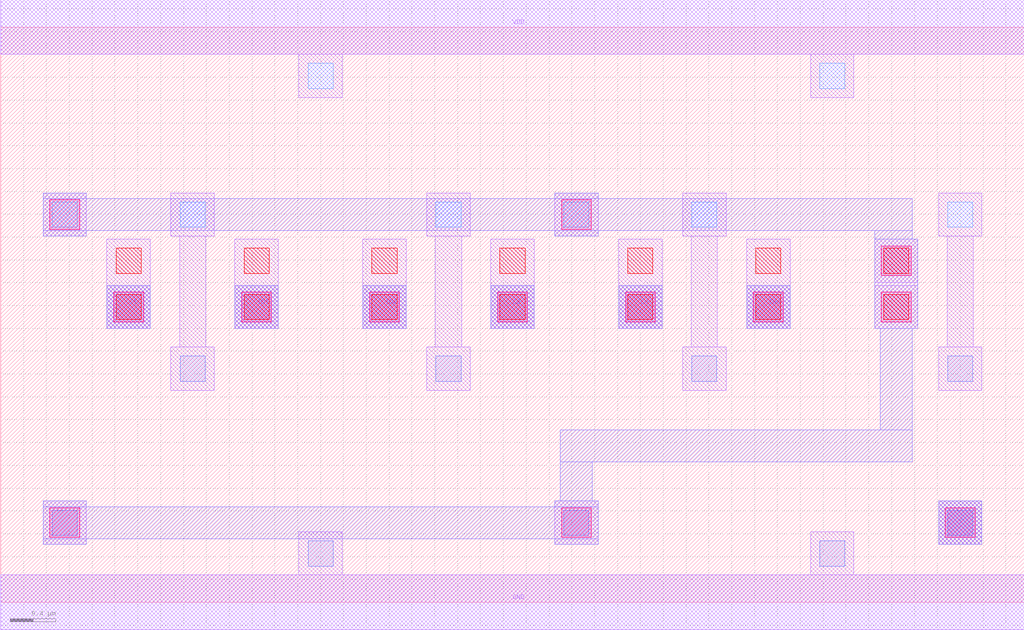
<source format=lef>
MACRO MUX3
 CLASS CORE ;
 FOREIGN MUX3 0 0 ;
 SIZE 8.96 BY 5.04 ;
 ORIGIN 0 0 ;
 SYMMETRY X Y R90 ;
 SITE unit ;
  PIN VDD
   DIRECTION INOUT ;
   USE POWER ;
   SHAPE ABUTMENT ;
    PORT
     CLASS CORE ;
       LAYER met1 ;
        RECT 0.00000000 4.80000000 8.96000000 5.28000000 ;
    END
  END VDD

  PIN GND
   DIRECTION INOUT ;
   USE POWER ;
   SHAPE ABUTMENT ;
    PORT
     CLASS CORE ;
       LAYER met1 ;
        RECT 0.00000000 -0.24000000 8.96000000 0.24000000 ;
    END
  END GND

  PIN Z
   DIRECTION INOUT ;
   USE SIGNAL ;
   SHAPE ABUTMENT ;
    PORT
     CLASS CORE ;
       LAYER met2 ;
        RECT 8.21000000 0.50700000 8.59000000 0.88700000 ;
    END
  END Z

  PIN IN0
   DIRECTION INOUT ;
   USE SIGNAL ;
   SHAPE ABUTMENT ;
    PORT
     CLASS CORE ;
       LAYER met2 ;
        RECT 6.53000000 2.39700000 6.91000000 2.77700000 ;
    END
  END IN0

  PIN S1
   DIRECTION INOUT ;
   USE SIGNAL ;
   SHAPE ABUTMENT ;
    PORT
     CLASS CORE ;
       LAYER met2 ;
        RECT 0.93000000 2.39700000 1.31000000 2.77700000 ;
    END
  END S1

  PIN IN2
   DIRECTION INOUT ;
   USE SIGNAL ;
   SHAPE ABUTMENT ;
    PORT
     CLASS CORE ;
       LAYER met2 ;
        RECT 3.17000000 2.39700000 3.55000000 2.77700000 ;
    END
  END IN2

  PIN S2
   DIRECTION INOUT ;
   USE SIGNAL ;
   SHAPE ABUTMENT ;
    PORT
     CLASS CORE ;
       LAYER met2 ;
        RECT 4.29000000 2.39700000 4.67000000 2.77700000 ;
    END
  END S2

  PIN S0
   DIRECTION INOUT ;
   USE SIGNAL ;
   SHAPE ABUTMENT ;
    PORT
     CLASS CORE ;
       LAYER met2 ;
        RECT 5.41000000 2.39700000 5.79000000 2.77700000 ;
    END
  END S0

  PIN IN1
   DIRECTION INOUT ;
   USE SIGNAL ;
   SHAPE ABUTMENT ;
    PORT
     CLASS CORE ;
       LAYER met2 ;
        RECT 2.05000000 2.39700000 2.43000000 2.77700000 ;
    END
  END IN1

 OBS
    LAYER polycont ;
     RECT 1.01000000 2.47700000 1.23000000 2.69700000 ;
     RECT 2.13000000 2.47700000 2.35000000 2.69700000 ;
     RECT 3.25000000 2.47700000 3.47000000 2.69700000 ;
     RECT 4.37000000 2.47700000 4.59000000 2.69700000 ;
     RECT 5.49000000 2.47700000 5.71000000 2.69700000 ;
     RECT 6.61000000 2.47700000 6.83000000 2.69700000 ;
     RECT 7.73000000 2.47700000 7.95000000 2.69700000 ;
     RECT 1.01000000 2.88200000 1.23000000 3.10200000 ;
     RECT 2.13000000 2.88200000 2.35000000 3.10200000 ;
     RECT 3.25000000 2.88200000 3.47000000 3.10200000 ;
     RECT 4.37000000 2.88200000 4.59000000 3.10200000 ;
     RECT 5.49000000 2.88200000 5.71000000 3.10200000 ;
     RECT 6.61000000 2.88200000 6.83000000 3.10200000 ;
     RECT 7.73000000 2.88200000 7.95000000 3.10200000 ;

    LAYER pdiffc ;
     RECT 0.45000000 3.28700000 0.67000000 3.50700000 ;
     RECT 1.57000000 3.28700000 1.79000000 3.50700000 ;
     RECT 3.81000000 3.28700000 4.03000000 3.50700000 ;
     RECT 4.93000000 3.28700000 5.15000000 3.50700000 ;
     RECT 6.05000000 3.28700000 6.27000000 3.50700000 ;
     RECT 8.29000000 3.28700000 8.51000000 3.50700000 ;
     RECT 2.69000000 4.50200000 2.91000000 4.72200000 ;
     RECT 7.17000000 4.50200000 7.39000000 4.72200000 ;

    LAYER ndiffc ;
     RECT 2.69000000 0.31700000 2.91000000 0.53700000 ;
     RECT 7.17000000 0.31700000 7.39000000 0.53700000 ;
     RECT 0.45000000 0.58700000 0.67000000 0.80700000 ;
     RECT 4.93000000 0.58700000 5.15000000 0.80700000 ;
     RECT 8.29000000 0.58700000 8.51000000 0.80700000 ;
     RECT 1.57000000 1.93700000 1.79000000 2.15700000 ;
     RECT 3.81000000 1.93700000 4.03000000 2.15700000 ;
     RECT 6.05000000 1.93700000 6.27000000 2.15700000 ;
     RECT 8.29000000 1.93700000 8.51000000 2.15700000 ;

    LAYER met1 ;
     RECT 0.00000000 -0.24000000 8.96000000 0.24000000 ;
     RECT 2.61000000 0.24000000 2.99000000 0.61700000 ;
     RECT 7.09000000 0.24000000 7.47000000 0.61700000 ;
     RECT 0.37000000 0.50700000 0.75000000 0.88700000 ;
     RECT 4.85000000 0.50700000 5.23000000 0.88700000 ;
     RECT 8.21000000 0.50700000 8.59000000 0.88700000 ;
     RECT 7.65000000 2.39700000 8.03000000 2.77700000 ;
     RECT 0.93000000 2.39700000 1.31000000 3.18200000 ;
     RECT 2.05000000 2.39700000 2.43000000 3.18200000 ;
     RECT 3.17000000 2.39700000 3.55000000 3.18200000 ;
     RECT 4.29000000 2.39700000 4.67000000 3.18200000 ;
     RECT 5.41000000 2.39700000 5.79000000 3.18200000 ;
     RECT 6.53000000 2.39700000 6.91000000 3.18200000 ;
     RECT 7.65000000 2.80200000 8.03000000 3.18200000 ;
     RECT 0.37000000 3.20700000 0.75000000 3.58700000 ;
     RECT 1.49000000 1.85700000 1.87000000 2.23700000 ;
     RECT 1.56500000 2.23700000 1.79500000 3.20700000 ;
     RECT 1.49000000 3.20700000 1.87000000 3.58700000 ;
     RECT 3.73000000 1.85700000 4.11000000 2.23700000 ;
     RECT 3.80500000 2.23700000 4.03500000 3.20700000 ;
     RECT 3.73000000 3.20700000 4.11000000 3.58700000 ;
     RECT 4.85000000 3.20700000 5.23000000 3.58700000 ;
     RECT 5.97000000 1.85700000 6.35000000 2.23700000 ;
     RECT 6.04500000 2.23700000 6.27500000 3.20700000 ;
     RECT 5.97000000 3.20700000 6.35000000 3.58700000 ;
     RECT 8.21000000 1.85700000 8.59000000 2.23700000 ;
     RECT 8.28500000 2.23700000 8.51500000 3.20700000 ;
     RECT 8.21000000 3.20700000 8.59000000 3.58700000 ;
     RECT 2.61000000 4.42200000 2.99000000 4.80000000 ;
     RECT 7.09000000 4.42200000 7.47000000 4.80000000 ;
     RECT 0.00000000 4.80000000 8.96000000 5.28000000 ;

    LAYER via1 ;
     RECT 0.43000000 0.56700000 0.69000000 0.82700000 ;
     RECT 4.91000000 0.56700000 5.17000000 0.82700000 ;
     RECT 8.27000000 0.56700000 8.53000000 0.82700000 ;
     RECT 0.99000000 2.45700000 1.25000000 2.71700000 ;
     RECT 2.11000000 2.45700000 2.37000000 2.71700000 ;
     RECT 3.23000000 2.45700000 3.49000000 2.71700000 ;
     RECT 4.35000000 2.45700000 4.61000000 2.71700000 ;
     RECT 5.47000000 2.45700000 5.73000000 2.71700000 ;
     RECT 6.59000000 2.45700000 6.85000000 2.71700000 ;
     RECT 7.71000000 2.45700000 7.97000000 2.71700000 ;
     RECT 7.71000000 2.86200000 7.97000000 3.12200000 ;
     RECT 0.43000000 3.26700000 0.69000000 3.52700000 ;
     RECT 4.91000000 3.26700000 5.17000000 3.52700000 ;

    LAYER met2 ;
     RECT 8.21000000 0.50700000 8.59000000 0.88700000 ;
     RECT 0.93000000 2.39700000 1.31000000 2.77700000 ;
     RECT 2.05000000 2.39700000 2.43000000 2.77700000 ;
     RECT 3.17000000 2.39700000 3.55000000 2.77700000 ;
     RECT 4.29000000 2.39700000 4.67000000 2.77700000 ;
     RECT 5.41000000 2.39700000 5.79000000 2.77700000 ;
     RECT 6.53000000 2.39700000 6.91000000 2.77700000 ;
     RECT 0.37000000 0.50700000 0.75000000 0.55700000 ;
     RECT 4.85000000 0.50700000 5.23000000 0.55700000 ;
     RECT 0.37000000 0.55700000 5.23000000 0.83700000 ;
     RECT 0.37000000 0.83700000 0.75000000 0.88700000 ;
     RECT 4.85000000 0.83700000 5.23000000 0.88700000 ;
     RECT 4.90000000 0.88700000 5.18000000 1.23200000 ;
     RECT 4.90000000 1.23200000 7.98000000 1.51200000 ;
     RECT 7.70000000 1.51200000 7.98000000 2.39700000 ;
     RECT 7.65000000 2.39700000 8.03000000 3.18200000 ;
     RECT 0.37000000 3.20700000 0.75000000 3.25700000 ;
     RECT 4.85000000 3.20700000 5.23000000 3.25700000 ;
     RECT 7.65000000 3.18200000 7.98000000 3.25700000 ;
     RECT 0.37000000 3.25700000 7.98000000 3.53700000 ;
     RECT 0.37000000 3.53700000 0.75000000 3.58700000 ;
     RECT 4.85000000 3.53700000 5.23000000 3.58700000 ;

 END
END MUX3

</source>
